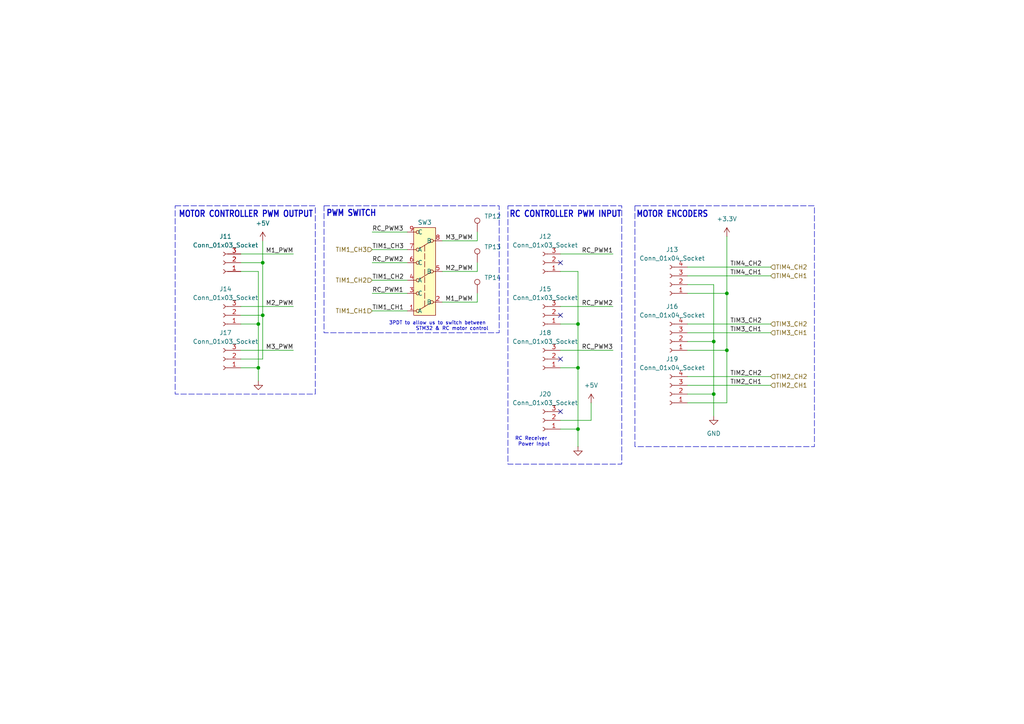
<source format=kicad_sch>
(kicad_sch (version 20231120) (generator "eeschema") (generator_version "8.0")
  (paper "A4")
  (title_block (title "ECE445_MainBoard") (date "2024-04-05") (rev "2") (company "University of Illinois Urbana-Champaign") (comment 1 "ECE 445: Senior Design Lab") (comment 2 "Rutvik Sayankar"))
  (lib_symbols
    (symbol "Connector:Conn_01x03_Socket" (pin_names (offset 1.016) hide)
      (property "Reference" "J" (at 0 5.08 0))
      (property "Value" "Conn_01x03_Socket" (at 0 -5.08 0))
      (symbol "Conn_01x03_Socket_1_1"
        (arc (start 0 -2.032) (mid -0.5058 -2.54) (end 0 -3.048) (stroke (width 0.1524)))
        (polyline (pts (xy -1.27 -2.54) (xy -0.508 -2.54)) (stroke (width 0.1524)))
        (polyline (pts (xy -1.27 0) (xy -0.508 0)) (stroke (width 0.1524)))
        (polyline (pts (xy -1.27 2.54) (xy -0.508 2.54)) (stroke (width 0.1524)))
        (arc (start 0 0.508) (mid -0.5058 0) (end 0 -0.508) (stroke (width 0.1524)))
        (arc (start 0 3.048) (mid -0.5058 2.54) (end 0 2.032) (stroke (width 0.1524)))
        (pin passive line (at -5.08 2.54 0) (length 3.81) (name "Pin_1") (number "1"))
        (pin passive line (at -5.08 0 0) (length 3.81) (name "Pin_2") (number "2"))
        (pin passive line (at -5.08 -2.54 0) (length 3.81) (name "Pin_3") (number "3"))
      )
    )
    (symbol "Connector:Conn_01x04_Socket" (pin_names (offset 1.016) hide)
      (property "Reference" "J" (at 0 5.08 0))
      (property "Value" "Conn_01x04_Socket" (at 0 -7.62 0))
      (symbol "Conn_01x04_Socket_1_1"
        (arc (start 0 -4.572) (mid -0.5058 -5.08) (end 0 -5.588) (stroke (width 0.1524)))
        (arc (start 0 -2.032) (mid -0.5058 -2.54) (end 0 -3.048) (stroke (width 0.1524)))
        (polyline (pts (xy -1.27 -5.08) (xy -0.508 -5.08)) (stroke (width 0.1524)))
        (polyline (pts (xy -1.27 -2.54) (xy -0.508 -2.54)) (stroke (width 0.1524)))
        (polyline (pts (xy -1.27 0) (xy -0.508 0)) (stroke (width 0.1524)))
        (polyline (pts (xy -1.27 2.54) (xy -0.508 2.54)) (stroke (width 0.1524)))
        (arc (start 0 0.508) (mid -0.5058 0) (end 0 -0.508) (stroke (width 0.1524)))
        (arc (start 0 3.048) (mid -0.5058 2.54) (end 0 2.032) (stroke (width 0.1524)))
        (pin passive line (at -5.08 2.54 0) (length 3.81) (name "Pin_1") (number "1"))
        (pin passive line (at -5.08 0 0) (length 3.81) (name "Pin_2") (number "2"))
        (pin passive line (at -5.08 -2.54 0) (length 3.81) (name "Pin_3") (number "3"))
        (pin passive line (at -5.08 -5.08 0) (length 3.81) (name "Pin_4") (number "4"))
      )
    )
    (symbol "Connector:TestPoint" (pin_numbers hide) (pin_names (offset 0.762) hide)
      (property "Reference" "TP" (at 0 6.858 0))
      (property "Value" "TestPoint" (at 0 5.08 0))
      (symbol "TestPoint_0_1"
        (circle (center 0 3.302) (radius 0.762))
      )
      (symbol "TestPoint_1_1"
        (pin passive line (at 0 0 90) (length 2.54) (name "1") (number "1"))
      )
    )
    (symbol "CustomSymbols:SW_3PDT"
      (property "Reference" "SW" (at 0 0 0))
      (symbol "SW_3PDT_0_1"
        (circle (center -2.032 -22.86) (radius 0.4572))
        (circle (center -2.032 -13.97) (radius 0.4572))
        (circle (center -2.032 -5.08) (radius 0.4572))
        (polyline (pts (xy -1.651 -22.606) (xy 1.651 -20.574)))
        (polyline (pts (xy -1.651 -13.716) (xy 1.651 -11.684)))
        (polyline (pts (xy -1.651 -4.826) (xy 1.651 -2.794)))
        (polyline (pts (xy 0 -3.81) (xy 0 -21.59)) (stroke (width 0) (type dash)))
        (circle (center 2.032 -25.4) (radius 0.4572))
        (circle (center 2.032 -20.32) (radius 0.4572))
        (circle (center 2.032 -16.51) (radius 0.4572))
        (circle (center 2.032 -11.43) (radius 0.4572))
        (circle (center 2.032 -7.62) (radius 0.4572))
        (circle (center 2.032 -2.54) (radius 0.4572))
      )
      (symbol "SW_3PDT_1_1"
        (rectangle (start -3.175 -1.27) (end 3.175 -26.67) (fill (type background)))
        (pin passive line (at 5.08 -2.54 180) (length 2.54) (name "A") (number "1"))
        (pin passive line (at -5.08 -5.08 0) (length 2.54) (name "B") (number "2"))
        (pin passive line (at 5.08 -7.62 180) (length 2.54) (name "C") (number "3"))
        (pin passive line (at 5.08 -11.43 180) (length 2.54) (name "A") (number "4"))
        (pin passive line (at -5.08 -13.97 0) (length 2.54) (name "B") (number "5"))
        (pin passive line (at 5.08 -16.51 180) (length 2.54) (name "C") (number "6"))
        (pin passive line (at 5.08 -20.32 180) (length 2.54) (name "A") (number "7"))
        (pin passive line (at -5.08 -22.86 0) (length 2.54) (name "B") (number "8"))
        (pin passive line (at 5.08 -25.4 180) (length 2.54) (name "C") (number "9"))
      )
    )
    (symbol "GND_2" (power) (pin_numbers hide) (pin_names (offset 0) hide)
      (property "Value" "GND" (at 0 -3.81 0))
      (symbol "GND_2_0_1"
        (polyline (pts (xy 0 0) (xy 0 -1.27) (xy 1.27 -1.27) (xy 0 -2.54) (xy -1.27 -1.27) (xy 0 -1.27)))
      )
      (symbol "GND_2_1_1"
        (pin power_in line (at 0 0 270) (length 0) (name "~") (number "1"))
      )
    )
    (symbol "GND_5" (power) (pin_numbers hide) (pin_names (offset 0) hide)
      (property "Value" "GND" (at 0 -3.81 0))
      (symbol "GND_5_0_1"
        (polyline (pts (xy 0 0) (xy 0 -1.27) (xy 1.27 -1.27) (xy 0 -2.54) (xy -1.27 -1.27) (xy 0 -1.27)))
      )
      (symbol "GND_5_1_1"
        (pin power_in line (at 0 0 270) (length 0) (name "~") (number "1"))
      )
    )
    (symbol "power:+3.3V" (power) (pin_numbers hide) (pin_names (offset 0) hide)
      (property "Value" "+3.3V" (at 0 3.556 0))
      (symbol "+3.3V_0_1"
        (polyline (pts (xy -0.762 1.27) (xy 0 2.54)))
        (polyline (pts (xy 0 0) (xy 0 2.54)))
        (polyline (pts (xy 0 2.54) (xy 0.762 1.27)))
      )
      (symbol "+3.3V_1_1"
        (pin power_in line (at 0 0 90) (length 0) (name "~") (number "1"))
      )
    )
    (symbol "power:+5V" (power) (pin_numbers hide) (pin_names (offset 0) hide)
      (property "Value" "+5V" (at 0 3.556 0))
      (symbol "+5V_0_1"
        (polyline (pts (xy -0.762 1.27) (xy 0 2.54)))
        (polyline (pts (xy 0 0) (xy 0 2.54)))
        (polyline (pts (xy 0 2.54) (xy 0.762 1.27)))
      )
      (symbol "+5V_1_1"
        (pin power_in line (at 0 0 90) (length 0) (name "~") (number "1"))
      )
    )
  )
  (junction (at 210.82 101.6))
  (junction (at 76.2 76.2))
  (junction (at 210.82 85.09))
  (junction (at 74.93 106.68))
  (junction (at 207.01 114.3))
  (junction (at 167.64 106.68))
  (junction (at 207.01 99.06))
  (junction (at 74.93 93.98))
  (junction (at 167.64 93.98))
  (junction (at 167.64 124.46))
  (junction (at 76.2 91.44))
  (no_connect (at 162.56 104.14))
  (no_connect (at 162.56 119.38))
  (no_connect (at 162.56 91.44))
  (no_connect (at 162.56 76.2))
  (wire (pts (xy 69.85 91.44) (xy 76.2 91.44)))
  (wire (pts (xy 69.85 76.2) (xy 76.2 76.2)))
  (wire (pts (xy 167.64 124.46) (xy 167.64 129.54)))
  (wire (pts (xy 107.95 76.2) (xy 118.11 76.2)))
  (wire (pts (xy 74.93 78.74) (xy 74.93 93.98)))
  (wire (pts (xy 69.85 106.68) (xy 74.93 106.68)))
  (wire (pts (xy 199.39 116.84) (xy 210.82 116.84)))
  (wire (pts (xy 199.39 109.22) (xy 223.52 109.22)))
  (wire (pts (xy 199.39 82.55) (xy 207.01 82.55)))
  (wire (pts (xy 107.95 72.39) (xy 118.11 72.39)))
  (wire (pts (xy 207.01 114.3) (xy 207.01 120.65)))
  (wire (pts (xy 199.39 85.09) (xy 210.82 85.09)))
  (wire (pts (xy 69.85 104.14) (xy 76.2 104.14)))
  (wire (pts (xy 167.64 106.68) (xy 167.64 124.46)))
  (wire (pts (xy 162.56 88.9) (xy 177.8 88.9)))
  (wire (pts (xy 199.39 99.06) (xy 207.01 99.06)))
  (wire (pts (xy 107.95 67.31) (xy 118.11 67.31)))
  (wire (pts (xy 199.39 80.01) (xy 223.52 80.01)))
  (wire (pts (xy 167.64 78.74) (xy 167.64 93.98)))
  (wire (pts (xy 107.95 85.09) (xy 118.11 85.09)))
  (wire (pts (xy 74.93 106.68) (xy 74.93 110.49)))
  (wire (pts (xy 162.56 106.68) (xy 167.64 106.68)))
  (wire (pts (xy 199.39 93.98) (xy 223.52 93.98)))
  (wire (pts (xy 128.27 78.74) (xy 138.43 78.74)))
  (wire (pts (xy 210.82 85.09) (xy 210.82 68.58)))
  (wire (pts (xy 207.01 99.06) (xy 207.01 114.3)))
  (wire (pts (xy 69.85 73.66) (xy 85.09 73.66)))
  (wire (pts (xy 138.43 67.31) (xy 138.43 69.85)))
  (wire (pts (xy 162.56 124.46) (xy 167.64 124.46)))
  (wire (pts (xy 199.39 114.3) (xy 207.01 114.3)))
  (wire (pts (xy 76.2 91.44) (xy 76.2 76.2)))
  (wire (pts (xy 210.82 101.6) (xy 210.82 85.09)))
  (wire (pts (xy 162.56 78.74) (xy 167.64 78.74)))
  (wire (pts (xy 138.43 76.2) (xy 138.43 78.74)))
  (wire (pts (xy 138.43 85.09) (xy 138.43 87.63)))
  (wire (pts (xy 162.56 101.6) (xy 177.8 101.6)))
  (wire (pts (xy 210.82 116.84) (xy 210.82 101.6)))
  (wire (pts (xy 69.85 101.6) (xy 85.09 101.6)))
  (wire (pts (xy 167.64 93.98) (xy 167.64 106.68)))
  (wire (pts (xy 107.95 90.17) (xy 118.11 90.17)))
  (wire (pts (xy 162.56 121.92) (xy 171.45 121.92)))
  (wire (pts (xy 128.27 87.63) (xy 138.43 87.63)))
  (wire (pts (xy 128.27 69.85) (xy 138.43 69.85)))
  (wire (pts (xy 69.85 93.98) (xy 74.93 93.98)))
  (wire (pts (xy 171.45 121.92) (xy 171.45 116.84)))
  (wire (pts (xy 69.85 78.74) (xy 74.93 78.74)))
  (wire (pts (xy 76.2 104.14) (xy 76.2 91.44)))
  (wire (pts (xy 74.93 93.98) (xy 74.93 106.68)))
  (wire (pts (xy 199.39 111.76) (xy 223.52 111.76)))
  (wire (pts (xy 207.01 82.55) (xy 207.01 99.06)))
  (wire (pts (xy 199.39 101.6) (xy 210.82 101.6)))
  (wire (pts (xy 162.56 93.98) (xy 167.64 93.98)))
  (wire (pts (xy 107.95 81.28) (xy 118.11 81.28)))
  (wire (pts (xy 199.39 77.47) (xy 223.52 77.47)))
  (wire (pts (xy 76.2 76.2) (xy 76.2 69.85)))
  (wire (pts (xy 199.39 96.52) (xy 223.52 96.52)))
  (wire (pts (xy 162.56 73.66) (xy 177.8 73.66)))
  (wire (pts (xy 69.85 88.9) (xy 85.09 88.9)))
  (rectangle (start 184.15 59.69) (end 236.22 129.54) (stroke (width 0) (type dash)))
  (rectangle (start 93.98 59.69) (end 144.78 96.52) (stroke (width 0) (type dash)))
  (rectangle (start 147.32 59.69) (end 180.34 134.62) (stroke (width 0) (type dash)))
  (rectangle (start 50.8 59.69) (end 91.44 114.3) (stroke (width 0) (type dash)))
  (text "MOTOR ENCODERS" (at 205.486 63.246 0) (effects (font (size 1.778 1.5113) (thickness 0.3023) (bold yes)) (justify right bottom)))
  (text "MOTOR CONTROLLER PWM OUTPUT" (at 90.932 63.246 0) (effects (font (size 1.778 1.5113) (thickness 0.3023) (bold yes)) (justify right bottom)))
  (text "PWM SWITCH" (at 109.22 62.992 0) (effects (font (size 1.778 1.5113) (thickness 0.3023) (bold yes)) (justify right bottom)))
  (text "RC Receiver \nPower Input" (at 159.512 129.54 0) (effects (font (size 1.016 1.016)) (justify right bottom)))
  (text "3PDT to allow us to switch between \nSTM32 & RC motor control" (at 141.732 96.012 0) (effects (font (size 1.016 1.016)) (justify right bottom)))
  (text "RC CONTROLLER PWM INPUT" (at 180.34 63.246 0) (effects (font (size 1.778 1.5113) (thickness 0.3023) (bold yes)) (justify right bottom)))
  (label "TIM3_CH2" (at 220.98 93.98 180))
  (label "RC_PWM3" (at 177.8 101.6 180))
  (label "TIM4_CH2" (at 220.98 77.47 180))
  (label "RC_PWM1" (at 177.8 73.66 180))
  (label "TIM1_CH1" (at 107.95 90.17 0))
  (label "M3_PWM" (at 137.16 69.85 180))
  (label "TIM1_CH2" (at 107.95 81.28 0))
  (label "RC_PWM1" (at 107.95 85.09 0))
  (label "TIM1_CH3" (at 107.95 72.39 0))
  (label "TIM2_CH1" (at 220.98 111.76 180))
  (label "RC_PWM3" (at 107.95 67.31 0))
  (label "M3_PWM" (at 85.09 101.6 180))
  (label "TIM4_CH1" (at 220.98 80.01 180))
  (label "M1_PWM" (at 137.16 87.63 180))
  (label "TIM2_CH2" (at 220.98 109.22 180))
  (label "TIM3_CH1" (at 220.98 96.52 180))
  (label "M2_PWM" (at 85.09 88.9 180))
  (label "M1_PWM" (at 85.09 73.66 180))
  (label "RC_PWM2" (at 107.95 76.2 0))
  (label "M2_PWM" (at 137.16 78.74 180))
  (label "RC_PWM2" (at 177.8 88.9 180))
  (hierarchical_label "TIM4_CH1" (shape input) (at 223.52 80.01 0))
  (hierarchical_label "TIM2_CH2" (shape input) (at 223.52 109.22 0))
  (hierarchical_label "TIM1_CH2" (shape input) (at 107.95 81.28 180))
  (hierarchical_label "TIM1_CH3" (shape input) (at 107.95 72.39 180))
  (hierarchical_label "TIM1_CH1" (shape input) (at 107.95 90.17 180))
  (hierarchical_label "TIM4_CH2" (shape input) (at 223.52 77.47 0))
  (hierarchical_label "TIM2_CH1" (shape input) (at 223.52 111.76 0))
  (hierarchical_label "TIM3_CH1" (shape input) (at 223.52 96.52 0))
  (hierarchical_label "TIM3_CH2" (shape input) (at 223.52 93.98 0))
  (symbol (lib_id "Connector:Conn_01x04_Socket") (at 194.31 114.3 180) (unit 1)
    (property "Reference" "J19" (at 194.945 104.14 0))
    (property "Value" "Conn_01x04_Socket" (at 194.945 106.68 0))
    (property "Footprint" "Connector_JST:JST_PH_B4B-PH-K_1x04_P2.00mm_Vertical" (effects (hide yes)))
    (property "Datasheet" "https://www.digikey.com/en/products/detail/jst-sales-america-inc./B4B-PH-K/768444?utm_adgroup=General&utm_source=google&utm_medium=cpc&utm_campaign=PMax%20Shopping_Product_Zombie%20SKUs&utm_term=&utm_content=General&utm_id=go_cmp-17815035045_adg-_ad-__dev-c_ext-_prd-768444_sig-Cj0KCQjw5cOwBhCiARIsAJ5njuaqARFbgUYS2KV_4JH144ujRm_jMbP6ua9XtI_O-O-_WbGcexelxyYaAqvOEALw_wcB&gad_source=1&gclid=Cj0KCQjw5cOwBhCiARIsAJ5njuaqARFbgUYS2KV_4JH144ujRm_jMbP6ua9XtI_O-O-_WbGcexelxyYaAqvOEALw_wcB" (effects (hide yes)))
    (property "Description" "Connector Header Through Hole 4 position 0.079\" (2.00mm)" (effects (hide yes)))
  )
  (symbol (lib_id "power:+5V") (at 76.2 69.85 0) (unit 1)
    (property "Reference" "#PWR040" (effects (hide yes)))
    (property "Value" "+5V" (at 76.2 64.77 0))
    (property "Description" "Power symbol creates a global label with name \"+5V\"" (effects (hide yes)))
  )
  (symbol (lib_name "GND_2") (lib_id "power:GND") (at 167.64 129.54 0) (unit 1)
    (property "Reference" "#PWR044" (effects (hide yes)))
    (property "Value" "GND" (effects (hide yes)))
    (property "Description" "Power symbol creates a global label with name \"GND\" , ground" (effects (hide yes)))
  )
  (symbol (lib_id "Connector:Conn_01x03_Socket") (at 157.48 104.14 180) (unit 1)
    (property "Reference" "J18" (at 158.115 96.52 0))
    (property "Value" "Conn_01x03_Socket" (at 158.115 99.06 0))
    (property "Footprint" "Connector_PinHeader_2.54mm:PinHeader_1x03_P2.54mm_Vertical" (effects (hide yes)))
    (property "Description" "Generic connector, single row, 01x03, script generated" (effects (hide yes)))
  )
  (symbol (lib_id "Connector:Conn_01x03_Socket") (at 64.77 104.14 180) (unit 1)
    (property "Reference" "J17" (at 65.405 96.52 0))
    (property "Value" "Conn_01x03_Socket" (at 65.405 99.06 0))
    (property "Footprint" "Connector_PinHeader_2.54mm:PinHeader_1x03_P2.54mm_Vertical" (effects (hide yes)))
    (property "Description" "Generic connector, single row, 01x03, script generated" (effects (hide yes)))
  )
  (symbol (lib_id "power:+5V") (at 171.45 116.84 0) (unit 1)
    (property "Reference" "#PWR042" (effects (hide yes)))
    (property "Value" "+5V" (at 171.45 111.76 0))
    (property "Description" "Power symbol creates a global label with name \"+5V\"" (effects (hide yes)))
  )
  (symbol (lib_id "CustomSymbols:SW_3PDT") (at 123.19 92.71 180) (unit 1)
    (property "Reference" "SW3" (at 123.19 64.516 0))
    (property "Value" "Slide" (effects (hide yes)))
    (property "Footprint" "CustomFootprints:SW_GF-161-0005" (effects (hide yes)))
    (property "Datasheet" "https://www.digikey.com/en/products/detail/cw-industries/GF-161-0005/4089836" (effects (hide yes)))
    (property "Description" "SWITCH SLIDE 3PDT 500MA 125V" (effects (hide yes)))
  )
  (symbol (lib_name "GND_5") (lib_id "power:GND") (at 207.01 120.65 0) (unit 1)
    (property "Reference" "#PWR043" (effects (hide yes)))
    (property "Value" "GND" (at 207.01 125.73 0))
    (property "Description" "Power symbol creates a global label with name \"GND\" , ground" (effects (hide yes)))
  )
  (symbol (lib_id "Connector:Conn_01x03_Socket") (at 157.48 76.2 180) (unit 1)
    (property "Reference" "J12" (at 158.115 68.58 0))
    (property "Value" "Conn_01x03_Socket" (at 158.115 71.12 0))
    (property "Footprint" "Connector_PinHeader_2.54mm:PinHeader_1x03_P2.54mm_Vertical" (effects (hide yes)))
    (property "Description" "Generic connector, single row, 01x03, script generated" (effects (hide yes)))
  )
  (symbol (lib_name "GND_2") (lib_id "power:GND") (at 74.93 110.49 0) (unit 1)
    (property "Reference" "#PWR041" (effects (hide yes)))
    (property "Value" "GND" (effects (hide yes)))
    (property "Description" "Power symbol creates a global label with name \"GND\" , ground" (effects (hide yes)))
  )
  (symbol (lib_id "Connector:TestPoint") (at 138.43 76.2 0) (unit 1)
    (property "Reference" "TP13" (at 140.462 71.628 0) (effects (justify left)))
    (property "Value" "White" (effects (hide yes)))
    (property "Footprint" "TestPoint:TestPoint_Keystone_5000-5004_Miniature" (effects (hide yes)))
    (property "Datasheet" "https://www.digikey.com/en/products/detail/keystone-electronics/5002/255328" (effects (hide yes)))
    (property "Description" "White PC Test Point, Miniature Phosphor Bronze Silver Plating Through Hole Mounting Type" (effects (hide yes)))
  )
  (symbol (lib_id "Connector:Conn_01x04_Socket") (at 194.31 82.55 180) (unit 1)
    (property "Reference" "J13" (at 194.945 72.39 0))
    (property "Value" "Conn_01x04_Socket" (at 194.945 74.93 0))
    (property "Footprint" "Connector_JST:JST_PH_B4B-PH-K_1x04_P2.00mm_Vertical" (effects (hide yes)))
    (property "Datasheet" "https://www.digikey.com/en/products/detail/jst-sales-america-inc./B4B-PH-K/768444?utm_adgroup=General&utm_source=google&utm_medium=cpc&utm_campaign=PMax%20Shopping_Product_Zombie%20SKUs&utm_term=&utm_content=General&utm_id=go_cmp-17815035045_adg-_ad-__dev-c_ext-_prd-768444_sig-Cj0KCQjw5cOwBhCiARIsAJ5njuaqARFbgUYS2KV_4JH144ujRm_jMbP6ua9XtI_O-O-_WbGcexelxyYaAqvOEALw_wcB&gad_source=1&gclid=Cj0KCQjw5cOwBhCiARIsAJ5njuaqARFbgUYS2KV_4JH144ujRm_jMbP6ua9XtI_O-O-_WbGcexelxyYaAqvOEALw_wcB" (effects (hide yes)))
    (property "Description" "Connector Header Through Hole 4 position 0.079\" (2.00mm)" (effects (hide yes)))
  )
  (symbol (lib_id "Connector:TestPoint") (at 138.43 67.31 0) (unit 1)
    (property "Reference" "TP12" (at 140.462 62.738 0) (effects (justify left)))
    (property "Value" "White" (effects (hide yes)))
    (property "Footprint" "TestPoint:TestPoint_Keystone_5000-5004_Miniature" (effects (hide yes)))
    (property "Datasheet" "https://www.digikey.com/en/products/detail/keystone-electronics/5002/255328" (effects (hide yes)))
    (property "Description" "White PC Test Point, Miniature Phosphor Bronze Silver Plating Through Hole Mounting Type" (effects (hide yes)))
  )
  (symbol (lib_id "Connector:Conn_01x03_Socket") (at 157.48 121.92 180) (unit 1)
    (property "Reference" "J20" (at 158.115 114.3 0))
    (property "Value" "Conn_01x03_Socket" (at 158.115 116.84 0))
    (property "Footprint" "Connector_PinHeader_2.54mm:PinHeader_1x03_P2.54mm_Vertical" (effects (hide yes)))
    (property "Description" "Generic connector, single row, 01x03, script generated" (effects (hide yes)))
  )
  (symbol (lib_id "Connector:Conn_01x03_Socket") (at 157.48 91.44 180) (unit 1)
    (property "Reference" "J15" (at 158.115 83.82 0))
    (property "Value" "Conn_01x03_Socket" (at 158.115 86.36 0))
    (property "Footprint" "Connector_PinHeader_2.54mm:PinHeader_1x03_P2.54mm_Vertical" (effects (hide yes)))
    (property "Description" "Generic connector, single row, 01x03, script generated" (effects (hide yes)))
  )
  (symbol (lib_id "Connector:Conn_01x04_Socket") (at 194.31 99.06 180) (unit 1)
    (property "Reference" "J16" (at 194.945 88.9 0))
    (property "Value" "Conn_01x04_Socket" (at 194.945 91.44 0))
    (property "Footprint" "Connector_JST:JST_PH_B4B-PH-K_1x04_P2.00mm_Vertical" (effects (hide yes)))
    (property "Datasheet" "https://www.digikey.com/en/products/detail/jst-sales-america-inc./B4B-PH-K/768444?utm_adgroup=General&utm_source=google&utm_medium=cpc&utm_campaign=PMax%20Shopping_Product_Zombie%20SKUs&utm_term=&utm_content=General&utm_id=go_cmp-17815035045_adg-_ad-__dev-c_ext-_prd-768444_sig-Cj0KCQjw5cOwBhCiARIsAJ5njuaqARFbgUYS2KV_4JH144ujRm_jMbP6ua9XtI_O-O-_WbGcexelxyYaAqvOEALw_wcB&gad_source=1&gclid=Cj0KCQjw5cOwBhCiARIsAJ5njuaqARFbgUYS2KV_4JH144ujRm_jMbP6ua9XtI_O-O-_WbGcexelxyYaAqvOEALw_wcB" (effects (hide yes)))
    (property "Description" "Connector Header Through Hole 4 position 0.079\" (2.00mm)" (effects (hide yes)))
  )
  (symbol (lib_id "Connector:TestPoint") (at 138.43 85.09 0) (unit 1)
    (property "Reference" "TP14" (at 140.462 80.518 0) (effects (justify left)))
    (property "Value" "White" (effects (hide yes)))
    (property "Footprint" "TestPoint:TestPoint_Keystone_5000-5004_Miniature" (effects (hide yes)))
    (property "Datasheet" "https://www.digikey.com/en/products/detail/keystone-electronics/5002/255328" (effects (hide yes)))
    (property "Description" "White PC Test Point, Miniature Phosphor Bronze Silver Plating Through Hole Mounting Type" (effects (hide yes)))
  )
  (symbol (lib_id "Connector:Conn_01x03_Socket") (at 64.77 91.44 180) (unit 1)
    (property "Reference" "J14" (at 65.405 83.82 0))
    (property "Value" "Conn_01x03_Socket" (at 65.405 86.36 0))
    (property "Footprint" "Connector_PinHeader_2.54mm:PinHeader_1x03_P2.54mm_Vertical" (effects (hide yes)))
    (property "Description" "Generic connector, single row, 01x03, script generated" (effects (hide yes)))
  )
  (symbol (lib_id "Connector:Conn_01x03_Socket") (at 64.77 76.2 180) (unit 1)
    (property "Reference" "J11" (at 65.405 68.58 0))
    (property "Value" "Conn_01x03_Socket" (at 65.405 71.12 0))
    (property "Footprint" "Connector_PinHeader_2.54mm:PinHeader_1x03_P2.54mm_Vertical" (effects (hide yes)))
    (property "Description" "Generic connector, single row, 01x03, script generated" (effects (hide yes)))
  )
  (symbol (lib_id "power:+3.3V") (at 210.82 68.58 0) (unit 1)
    (property "Reference" "#PWR039" (effects (hide yes)))
    (property "Value" "+3.3V" (at 210.82 63.5 0))
    (property "Description" "Power symbol creates a global label with name \"+3.3V\"" (effects (hide yes)))
  )
)
</source>
